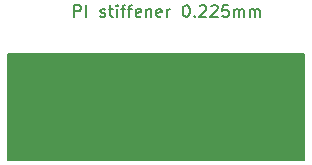
<source format=gbr>
%TF.GenerationSoftware,KiCad,Pcbnew,8.0.5*%
%TF.CreationDate,2024-10-14T23:25:06+08:00*%
%TF.ProjectId,SiPm_Design_2,5369506d-5f44-4657-9369-676e5f322e6b,rev?*%
%TF.SameCoordinates,Original*%
%TF.FileFunction,Other,User*%
%FSLAX46Y46*%
G04 Gerber Fmt 4.6, Leading zero omitted, Abs format (unit mm)*
G04 Created by KiCad (PCBNEW 8.0.5) date 2024-10-14 23:25:06*
%MOMM*%
%LPD*%
G01*
G04 APERTURE LIST*
%ADD10C,0.150000*%
G04 APERTURE END LIST*
D10*
X164724779Y-100073819D02*
X164724779Y-99073819D01*
X164724779Y-99073819D02*
X165105731Y-99073819D01*
X165105731Y-99073819D02*
X165200969Y-99121438D01*
X165200969Y-99121438D02*
X165248588Y-99169057D01*
X165248588Y-99169057D02*
X165296207Y-99264295D01*
X165296207Y-99264295D02*
X165296207Y-99407152D01*
X165296207Y-99407152D02*
X165248588Y-99502390D01*
X165248588Y-99502390D02*
X165200969Y-99550009D01*
X165200969Y-99550009D02*
X165105731Y-99597628D01*
X165105731Y-99597628D02*
X164724779Y-99597628D01*
X165724779Y-100073819D02*
X165724779Y-99073819D01*
X166915255Y-100026200D02*
X167010493Y-100073819D01*
X167010493Y-100073819D02*
X167200969Y-100073819D01*
X167200969Y-100073819D02*
X167296207Y-100026200D01*
X167296207Y-100026200D02*
X167343826Y-99930961D01*
X167343826Y-99930961D02*
X167343826Y-99883342D01*
X167343826Y-99883342D02*
X167296207Y-99788104D01*
X167296207Y-99788104D02*
X167200969Y-99740485D01*
X167200969Y-99740485D02*
X167058112Y-99740485D01*
X167058112Y-99740485D02*
X166962874Y-99692866D01*
X166962874Y-99692866D02*
X166915255Y-99597628D01*
X166915255Y-99597628D02*
X166915255Y-99550009D01*
X166915255Y-99550009D02*
X166962874Y-99454771D01*
X166962874Y-99454771D02*
X167058112Y-99407152D01*
X167058112Y-99407152D02*
X167200969Y-99407152D01*
X167200969Y-99407152D02*
X167296207Y-99454771D01*
X167629541Y-99407152D02*
X168010493Y-99407152D01*
X167772398Y-99073819D02*
X167772398Y-99930961D01*
X167772398Y-99930961D02*
X167820017Y-100026200D01*
X167820017Y-100026200D02*
X167915255Y-100073819D01*
X167915255Y-100073819D02*
X168010493Y-100073819D01*
X168343827Y-100073819D02*
X168343827Y-99407152D01*
X168343827Y-99073819D02*
X168296208Y-99121438D01*
X168296208Y-99121438D02*
X168343827Y-99169057D01*
X168343827Y-99169057D02*
X168391446Y-99121438D01*
X168391446Y-99121438D02*
X168343827Y-99073819D01*
X168343827Y-99073819D02*
X168343827Y-99169057D01*
X168677160Y-99407152D02*
X169058112Y-99407152D01*
X168820017Y-100073819D02*
X168820017Y-99216676D01*
X168820017Y-99216676D02*
X168867636Y-99121438D01*
X168867636Y-99121438D02*
X168962874Y-99073819D01*
X168962874Y-99073819D02*
X169058112Y-99073819D01*
X169248589Y-99407152D02*
X169629541Y-99407152D01*
X169391446Y-100073819D02*
X169391446Y-99216676D01*
X169391446Y-99216676D02*
X169439065Y-99121438D01*
X169439065Y-99121438D02*
X169534303Y-99073819D01*
X169534303Y-99073819D02*
X169629541Y-99073819D01*
X170343827Y-100026200D02*
X170248589Y-100073819D01*
X170248589Y-100073819D02*
X170058113Y-100073819D01*
X170058113Y-100073819D02*
X169962875Y-100026200D01*
X169962875Y-100026200D02*
X169915256Y-99930961D01*
X169915256Y-99930961D02*
X169915256Y-99550009D01*
X169915256Y-99550009D02*
X169962875Y-99454771D01*
X169962875Y-99454771D02*
X170058113Y-99407152D01*
X170058113Y-99407152D02*
X170248589Y-99407152D01*
X170248589Y-99407152D02*
X170343827Y-99454771D01*
X170343827Y-99454771D02*
X170391446Y-99550009D01*
X170391446Y-99550009D02*
X170391446Y-99645247D01*
X170391446Y-99645247D02*
X169915256Y-99740485D01*
X170820018Y-99407152D02*
X170820018Y-100073819D01*
X170820018Y-99502390D02*
X170867637Y-99454771D01*
X170867637Y-99454771D02*
X170962875Y-99407152D01*
X170962875Y-99407152D02*
X171105732Y-99407152D01*
X171105732Y-99407152D02*
X171200970Y-99454771D01*
X171200970Y-99454771D02*
X171248589Y-99550009D01*
X171248589Y-99550009D02*
X171248589Y-100073819D01*
X172105732Y-100026200D02*
X172010494Y-100073819D01*
X172010494Y-100073819D02*
X171820018Y-100073819D01*
X171820018Y-100073819D02*
X171724780Y-100026200D01*
X171724780Y-100026200D02*
X171677161Y-99930961D01*
X171677161Y-99930961D02*
X171677161Y-99550009D01*
X171677161Y-99550009D02*
X171724780Y-99454771D01*
X171724780Y-99454771D02*
X171820018Y-99407152D01*
X171820018Y-99407152D02*
X172010494Y-99407152D01*
X172010494Y-99407152D02*
X172105732Y-99454771D01*
X172105732Y-99454771D02*
X172153351Y-99550009D01*
X172153351Y-99550009D02*
X172153351Y-99645247D01*
X172153351Y-99645247D02*
X171677161Y-99740485D01*
X172581923Y-100073819D02*
X172581923Y-99407152D01*
X172581923Y-99597628D02*
X172629542Y-99502390D01*
X172629542Y-99502390D02*
X172677161Y-99454771D01*
X172677161Y-99454771D02*
X172772399Y-99407152D01*
X172772399Y-99407152D02*
X172867637Y-99407152D01*
X174153352Y-99073819D02*
X174248590Y-99073819D01*
X174248590Y-99073819D02*
X174343828Y-99121438D01*
X174343828Y-99121438D02*
X174391447Y-99169057D01*
X174391447Y-99169057D02*
X174439066Y-99264295D01*
X174439066Y-99264295D02*
X174486685Y-99454771D01*
X174486685Y-99454771D02*
X174486685Y-99692866D01*
X174486685Y-99692866D02*
X174439066Y-99883342D01*
X174439066Y-99883342D02*
X174391447Y-99978580D01*
X174391447Y-99978580D02*
X174343828Y-100026200D01*
X174343828Y-100026200D02*
X174248590Y-100073819D01*
X174248590Y-100073819D02*
X174153352Y-100073819D01*
X174153352Y-100073819D02*
X174058114Y-100026200D01*
X174058114Y-100026200D02*
X174010495Y-99978580D01*
X174010495Y-99978580D02*
X173962876Y-99883342D01*
X173962876Y-99883342D02*
X173915257Y-99692866D01*
X173915257Y-99692866D02*
X173915257Y-99454771D01*
X173915257Y-99454771D02*
X173962876Y-99264295D01*
X173962876Y-99264295D02*
X174010495Y-99169057D01*
X174010495Y-99169057D02*
X174058114Y-99121438D01*
X174058114Y-99121438D02*
X174153352Y-99073819D01*
X174915257Y-99978580D02*
X174962876Y-100026200D01*
X174962876Y-100026200D02*
X174915257Y-100073819D01*
X174915257Y-100073819D02*
X174867638Y-100026200D01*
X174867638Y-100026200D02*
X174915257Y-99978580D01*
X174915257Y-99978580D02*
X174915257Y-100073819D01*
X175343828Y-99169057D02*
X175391447Y-99121438D01*
X175391447Y-99121438D02*
X175486685Y-99073819D01*
X175486685Y-99073819D02*
X175724780Y-99073819D01*
X175724780Y-99073819D02*
X175820018Y-99121438D01*
X175820018Y-99121438D02*
X175867637Y-99169057D01*
X175867637Y-99169057D02*
X175915256Y-99264295D01*
X175915256Y-99264295D02*
X175915256Y-99359533D01*
X175915256Y-99359533D02*
X175867637Y-99502390D01*
X175867637Y-99502390D02*
X175296209Y-100073819D01*
X175296209Y-100073819D02*
X175915256Y-100073819D01*
X176296209Y-99169057D02*
X176343828Y-99121438D01*
X176343828Y-99121438D02*
X176439066Y-99073819D01*
X176439066Y-99073819D02*
X176677161Y-99073819D01*
X176677161Y-99073819D02*
X176772399Y-99121438D01*
X176772399Y-99121438D02*
X176820018Y-99169057D01*
X176820018Y-99169057D02*
X176867637Y-99264295D01*
X176867637Y-99264295D02*
X176867637Y-99359533D01*
X176867637Y-99359533D02*
X176820018Y-99502390D01*
X176820018Y-99502390D02*
X176248590Y-100073819D01*
X176248590Y-100073819D02*
X176867637Y-100073819D01*
X177772399Y-99073819D02*
X177296209Y-99073819D01*
X177296209Y-99073819D02*
X177248590Y-99550009D01*
X177248590Y-99550009D02*
X177296209Y-99502390D01*
X177296209Y-99502390D02*
X177391447Y-99454771D01*
X177391447Y-99454771D02*
X177629542Y-99454771D01*
X177629542Y-99454771D02*
X177724780Y-99502390D01*
X177724780Y-99502390D02*
X177772399Y-99550009D01*
X177772399Y-99550009D02*
X177820018Y-99645247D01*
X177820018Y-99645247D02*
X177820018Y-99883342D01*
X177820018Y-99883342D02*
X177772399Y-99978580D01*
X177772399Y-99978580D02*
X177724780Y-100026200D01*
X177724780Y-100026200D02*
X177629542Y-100073819D01*
X177629542Y-100073819D02*
X177391447Y-100073819D01*
X177391447Y-100073819D02*
X177296209Y-100026200D01*
X177296209Y-100026200D02*
X177248590Y-99978580D01*
X178248590Y-100073819D02*
X178248590Y-99407152D01*
X178248590Y-99502390D02*
X178296209Y-99454771D01*
X178296209Y-99454771D02*
X178391447Y-99407152D01*
X178391447Y-99407152D02*
X178534304Y-99407152D01*
X178534304Y-99407152D02*
X178629542Y-99454771D01*
X178629542Y-99454771D02*
X178677161Y-99550009D01*
X178677161Y-99550009D02*
X178677161Y-100073819D01*
X178677161Y-99550009D02*
X178724780Y-99454771D01*
X178724780Y-99454771D02*
X178820018Y-99407152D01*
X178820018Y-99407152D02*
X178962875Y-99407152D01*
X178962875Y-99407152D02*
X179058114Y-99454771D01*
X179058114Y-99454771D02*
X179105733Y-99550009D01*
X179105733Y-99550009D02*
X179105733Y-100073819D01*
X179581923Y-100073819D02*
X179581923Y-99407152D01*
X179581923Y-99502390D02*
X179629542Y-99454771D01*
X179629542Y-99454771D02*
X179724780Y-99407152D01*
X179724780Y-99407152D02*
X179867637Y-99407152D01*
X179867637Y-99407152D02*
X179962875Y-99454771D01*
X179962875Y-99454771D02*
X180010494Y-99550009D01*
X180010494Y-99550009D02*
X180010494Y-100073819D01*
X180010494Y-99550009D02*
X180058113Y-99454771D01*
X180058113Y-99454771D02*
X180153351Y-99407152D01*
X180153351Y-99407152D02*
X180296208Y-99407152D01*
X180296208Y-99407152D02*
X180391447Y-99454771D01*
X180391447Y-99454771D02*
X180439066Y-99550009D01*
X180439066Y-99550009D02*
X180439066Y-100073819D01*
X159138000Y-103204000D02*
X184138000Y-103204000D01*
X184138000Y-112204000D01*
X159138000Y-112204000D01*
X159138000Y-103204000D01*
G36*
X159138000Y-103204000D02*
G01*
X184138000Y-103204000D01*
X184138000Y-112204000D01*
X159138000Y-112204000D01*
X159138000Y-103204000D01*
G37*
M02*

</source>
